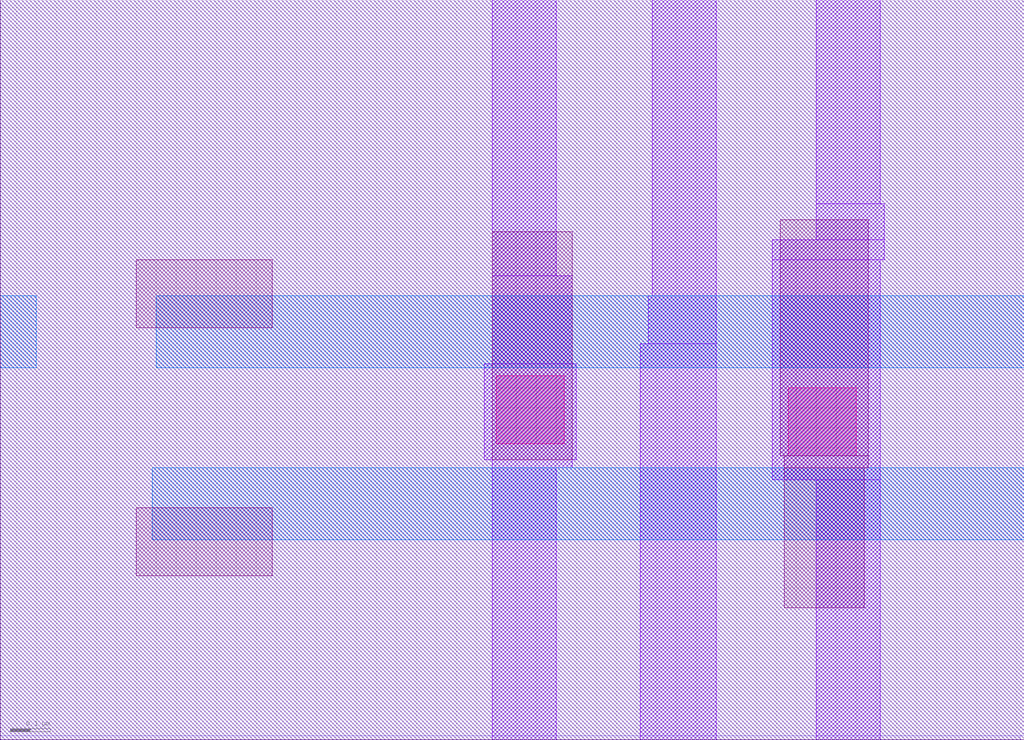
<source format=lef>
VERSION 5.7 ;
  NOWIREEXTENSIONATPIN ON ;
  DIVIDERCHAR "/" ;
  BUSBITCHARS "[]" ;
UNITS
  DATABASE MICRONS 200 ;
END UNITS

LAYER via2
  TYPE CUT ;
END via2

LAYER via
  TYPE CUT ;
END via

LAYER nwell
  TYPE MASTERSLICE ;
END nwell

LAYER via3
  TYPE CUT ;
END via3

LAYER pwell
  TYPE MASTERSLICE ;
END pwell

LAYER via4
  TYPE CUT ;
END via4

LAYER mcon
  TYPE CUT ;
END mcon

LAYER met6
  TYPE ROUTING ;
  WIDTH 0.030000 ;
  SPACING 0.040000 ;
  DIRECTION HORIZONTAL ;
END met6

LAYER met1
  TYPE ROUTING ;
  WIDTH 0.140000 ;
  SPACING 0.140000 ;
  DIRECTION HORIZONTAL ;
END met1

LAYER met3
  TYPE ROUTING ;
  WIDTH 0.300000 ;
  SPACING 0.300000 ;
  DIRECTION HORIZONTAL ;
END met3

LAYER met2
  TYPE ROUTING ;
  WIDTH 0.140000 ;
  SPACING 0.140000 ;
  DIRECTION HORIZONTAL ;
END met2

LAYER met4
  TYPE ROUTING ;
  WIDTH 0.300000 ;
  SPACING 0.300000 ;
  DIRECTION HORIZONTAL ;
END met4

LAYER met5
  TYPE ROUTING ;
  WIDTH 1.600000 ;
  SPACING 1.600000 ;
  DIRECTION HORIZONTAL ;
END met5

LAYER li1
  TYPE ROUTING ;
  WIDTH 0.170000 ;
  SPACING 0.170000 ;
  DIRECTION HORIZONTAL ;
END li1

MACRO sky130_hilas_horizpcell01
  CLASS BLOCK ;
  FOREIGN sky130_hilas_horizpcell01 ;
  ORIGIN 2.890 -0.470 ;
  SIZE 2.560 BY 1.850 ;
  OBS
      LAYER nwell ;
        RECT -2.890 0.480 -0.330 2.320 ;
        RECT -2.890 0.470 -0.340 0.480 ;
      LAYER li1 ;
        RECT -2.550 1.500 -2.210 1.670 ;
        RECT -1.660 1.170 -1.460 1.740 ;
        RECT -0.940 1.180 -0.720 1.770 ;
        RECT -0.930 1.150 -0.720 1.180 ;
        RECT -2.550 0.880 -2.210 1.050 ;
        RECT -0.930 0.800 -0.730 1.150 ;
      LAYER mcon ;
        RECT -1.650 1.210 -1.480 1.380 ;
        RECT -0.920 1.180 -0.750 1.350 ;
      LAYER met1 ;
        RECT -1.660 1.630 -1.500 2.320 ;
        RECT -1.660 1.410 -1.460 1.630 ;
        RECT -1.260 1.580 -1.100 2.320 ;
        RECT -0.850 1.810 -0.690 2.320 ;
        RECT -0.850 1.720 -0.680 1.810 ;
        RECT -1.270 1.460 -1.100 1.580 ;
        RECT -1.680 1.170 -1.450 1.410 ;
        RECT -1.660 1.150 -1.460 1.170 ;
        RECT -1.660 0.470 -1.500 1.150 ;
        RECT -1.290 0.470 -1.100 1.460 ;
        RECT -0.960 1.670 -0.680 1.720 ;
        RECT -0.960 1.120 -0.690 1.670 ;
        RECT -0.850 0.470 -0.690 1.120 ;
      LAYER met2 ;
        RECT -2.890 1.400 -2.800 1.580 ;
        RECT -2.500 1.400 -0.330 1.580 ;
        RECT -2.510 0.970 -0.330 1.150 ;
  END
END sky130_hilas_horizpcell01
END LIBRARY


</source>
